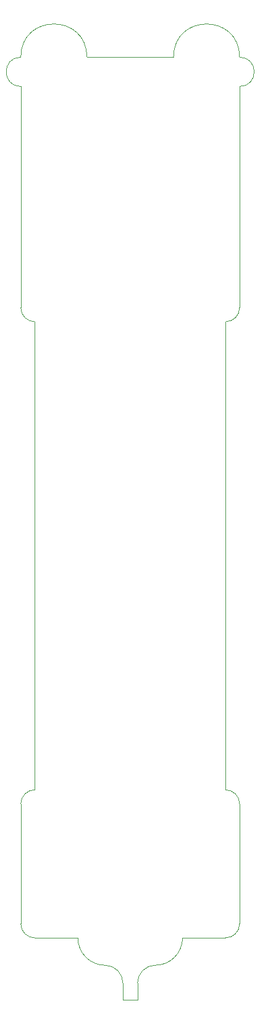
<source format=gm1>
G04 #@! TF.GenerationSoftware,KiCad,Pcbnew,(5.1.5)-3*
G04 #@! TF.CreationDate,2020-05-23T22:10:47-07:00*
G04 #@! TF.ProjectId,iSpindel_PCB,69537069-6e64-4656-9c5f-5043422e6b69,rev?*
G04 #@! TF.SameCoordinates,Original*
G04 #@! TF.FileFunction,Profile,NP*
%FSLAX46Y46*%
G04 Gerber Fmt 4.6, Leading zero omitted, Abs format (unit mm)*
G04 Created by KiCad (PCBNEW (5.1.5)-3) date 2020-05-23 22:10:47*
%MOMM*%
%LPD*%
G04 APERTURE LIST*
%ADD10C,0.000025*%
G04 APERTURE END LIST*
D10*
X133845300Y-42613080D02*
G75*
G02X133846000Y-38613080I700J2000000D01*
G01*
X163846017Y-38612920D02*
G75*
G02X163846017Y-42612920I0J-2000000D01*
G01*
X147845161Y-167340800D02*
X149847300Y-167340800D01*
X149847300Y-165082220D02*
X149847300Y-167340800D01*
X147845161Y-165086681D02*
X147845161Y-167340800D01*
X152286912Y-162644108D02*
G75*
G03X149848512Y-165082508I0J-2438400D01*
G01*
X145406761Y-162648281D02*
G75*
G02X147845161Y-165086681I0J-2438400D01*
G01*
X156022633Y-158908387D02*
X161915433Y-158908387D01*
X163846000Y-156977820D02*
G75*
G02X161915433Y-158908387I-1930567J0D01*
G01*
X163846000Y-140612767D02*
X163846000Y-156977820D01*
X161915433Y-74750567D02*
X161915433Y-138682200D01*
X141671040Y-158912560D02*
G75*
G03X145406761Y-162648281I3735721J0D01*
G01*
X156022633Y-158908387D02*
G75*
G02X152286912Y-162644108I-3735721J0D01*
G01*
X135778240Y-158912560D02*
X141671040Y-158912560D01*
X135775867Y-158910187D02*
G75*
G02X133845300Y-156979620I0J1930567D01*
G01*
X133845300Y-140614567D02*
X133845300Y-156979620D01*
X135775867Y-138684000D02*
G75*
G03X133845300Y-140614567I0J-1930567D01*
G01*
X161915433Y-138682200D02*
G75*
G02X163846000Y-140612767I0J-1930567D01*
G01*
X135775867Y-74752367D02*
X135775867Y-138684000D01*
X135775867Y-74752367D02*
G75*
G02X133845300Y-72821800I0J1930567D01*
G01*
X161915433Y-74750567D02*
G75*
G03X163846000Y-72820000I0J1930567D01*
G01*
X163846017Y-38612920D02*
G75*
G03X154780543Y-38612920I-4532737J0D01*
G01*
X142912240Y-38613080D02*
G75*
G03X133846000Y-38613080I-4533120J0D01*
G01*
X133845300Y-42613080D02*
X133845300Y-72821800D01*
X163846000Y-72820000D02*
X163846017Y-42612920D01*
X142912240Y-38613080D02*
X154780543Y-38612920D01*
M02*

</source>
